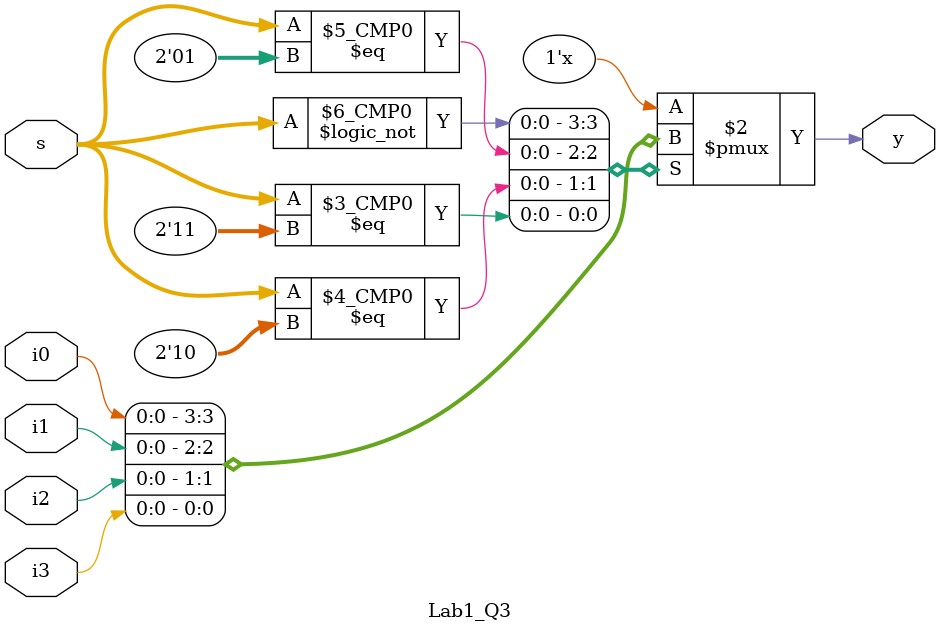
<source format=v>
`timescale 1ns / 1ps


module Lab1_Q3(
    input [1:0] i0,
    input [1:0] i1,
    input [1:0] i2,
    input [1:0] i3,
    input [1:0] s,
    output reg y
    );
    
    always @(i0 or i1 or i2 or i3 or s)
    begin
        case (s)
            2'b00: y = i0;
            2'b01: y = i1;
            2'b10: y = i2;
            2'b11: y = i3;
            default: y=1'bx;
            endcase
          
    end
endmodule

</source>
